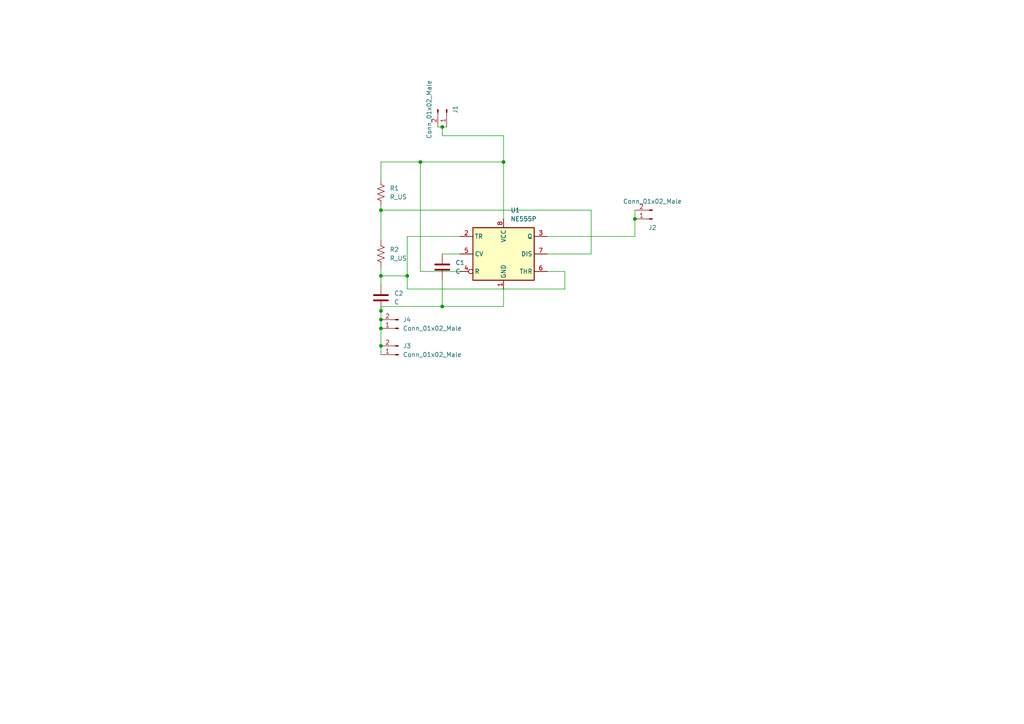
<source format=kicad_sch>
(kicad_sch (version 20211123) (generator eeschema)

  (uuid 2f0aec75-dd59-4d94-96aa-34e06bdadf83)

  (paper "A4")

  (lib_symbols
    (symbol "Connector:Conn_01x02_Male" (pin_names (offset 1.016) hide) (in_bom yes) (on_board yes)
      (property "Reference" "J" (id 0) (at 0 2.54 0)
        (effects (font (size 1.27 1.27)))
      )
      (property "Value" "Conn_01x02_Male" (id 1) (at 0 -5.08 0)
        (effects (font (size 1.27 1.27)))
      )
      (property "Footprint" "" (id 2) (at 0 0 0)
        (effects (font (size 1.27 1.27)) hide)
      )
      (property "Datasheet" "~" (id 3) (at 0 0 0)
        (effects (font (size 1.27 1.27)) hide)
      )
      (property "ki_keywords" "connector" (id 4) (at 0 0 0)
        (effects (font (size 1.27 1.27)) hide)
      )
      (property "ki_description" "Generic connector, single row, 01x02, script generated (kicad-library-utils/schlib/autogen/connector/)" (id 5) (at 0 0 0)
        (effects (font (size 1.27 1.27)) hide)
      )
      (property "ki_fp_filters" "Connector*:*_1x??_*" (id 6) (at 0 0 0)
        (effects (font (size 1.27 1.27)) hide)
      )
      (symbol "Conn_01x02_Male_1_1"
        (polyline
          (pts
            (xy 1.27 -2.54)
            (xy 0.8636 -2.54)
          )
          (stroke (width 0.1524) (type default) (color 0 0 0 0))
          (fill (type none))
        )
        (polyline
          (pts
            (xy 1.27 0)
            (xy 0.8636 0)
          )
          (stroke (width 0.1524) (type default) (color 0 0 0 0))
          (fill (type none))
        )
        (rectangle (start 0.8636 -2.413) (end 0 -2.667)
          (stroke (width 0.1524) (type default) (color 0 0 0 0))
          (fill (type outline))
        )
        (rectangle (start 0.8636 0.127) (end 0 -0.127)
          (stroke (width 0.1524) (type default) (color 0 0 0 0))
          (fill (type outline))
        )
        (pin passive line (at 5.08 0 180) (length 3.81)
          (name "Pin_1" (effects (font (size 1.27 1.27))))
          (number "1" (effects (font (size 1.27 1.27))))
        )
        (pin passive line (at 5.08 -2.54 180) (length 3.81)
          (name "Pin_2" (effects (font (size 1.27 1.27))))
          (number "2" (effects (font (size 1.27 1.27))))
        )
      )
    )
    (symbol "Device:C" (pin_numbers hide) (pin_names (offset 0.254)) (in_bom yes) (on_board yes)
      (property "Reference" "C" (id 0) (at 0.635 2.54 0)
        (effects (font (size 1.27 1.27)) (justify left))
      )
      (property "Value" "C" (id 1) (at 0.635 -2.54 0)
        (effects (font (size 1.27 1.27)) (justify left))
      )
      (property "Footprint" "" (id 2) (at 0.9652 -3.81 0)
        (effects (font (size 1.27 1.27)) hide)
      )
      (property "Datasheet" "~" (id 3) (at 0 0 0)
        (effects (font (size 1.27 1.27)) hide)
      )
      (property "ki_keywords" "cap capacitor" (id 4) (at 0 0 0)
        (effects (font (size 1.27 1.27)) hide)
      )
      (property "ki_description" "Unpolarized capacitor" (id 5) (at 0 0 0)
        (effects (font (size 1.27 1.27)) hide)
      )
      (property "ki_fp_filters" "C_*" (id 6) (at 0 0 0)
        (effects (font (size 1.27 1.27)) hide)
      )
      (symbol "C_0_1"
        (polyline
          (pts
            (xy -2.032 -0.762)
            (xy 2.032 -0.762)
          )
          (stroke (width 0.508) (type default) (color 0 0 0 0))
          (fill (type none))
        )
        (polyline
          (pts
            (xy -2.032 0.762)
            (xy 2.032 0.762)
          )
          (stroke (width 0.508) (type default) (color 0 0 0 0))
          (fill (type none))
        )
      )
      (symbol "C_1_1"
        (pin passive line (at 0 3.81 270) (length 2.794)
          (name "~" (effects (font (size 1.27 1.27))))
          (number "1" (effects (font (size 1.27 1.27))))
        )
        (pin passive line (at 0 -3.81 90) (length 2.794)
          (name "~" (effects (font (size 1.27 1.27))))
          (number "2" (effects (font (size 1.27 1.27))))
        )
      )
    )
    (symbol "Device:R_US" (pin_numbers hide) (pin_names (offset 0)) (in_bom yes) (on_board yes)
      (property "Reference" "R" (id 0) (at 2.54 0 90)
        (effects (font (size 1.27 1.27)))
      )
      (property "Value" "R_US" (id 1) (at -2.54 0 90)
        (effects (font (size 1.27 1.27)))
      )
      (property "Footprint" "" (id 2) (at 1.016 -0.254 90)
        (effects (font (size 1.27 1.27)) hide)
      )
      (property "Datasheet" "~" (id 3) (at 0 0 0)
        (effects (font (size 1.27 1.27)) hide)
      )
      (property "ki_keywords" "R res resistor" (id 4) (at 0 0 0)
        (effects (font (size 1.27 1.27)) hide)
      )
      (property "ki_description" "Resistor, US symbol" (id 5) (at 0 0 0)
        (effects (font (size 1.27 1.27)) hide)
      )
      (property "ki_fp_filters" "R_*" (id 6) (at 0 0 0)
        (effects (font (size 1.27 1.27)) hide)
      )
      (symbol "R_US_0_1"
        (polyline
          (pts
            (xy 0 -2.286)
            (xy 0 -2.54)
          )
          (stroke (width 0) (type default) (color 0 0 0 0))
          (fill (type none))
        )
        (polyline
          (pts
            (xy 0 2.286)
            (xy 0 2.54)
          )
          (stroke (width 0) (type default) (color 0 0 0 0))
          (fill (type none))
        )
        (polyline
          (pts
            (xy 0 -0.762)
            (xy 1.016 -1.143)
            (xy 0 -1.524)
            (xy -1.016 -1.905)
            (xy 0 -2.286)
          )
          (stroke (width 0) (type default) (color 0 0 0 0))
          (fill (type none))
        )
        (polyline
          (pts
            (xy 0 0.762)
            (xy 1.016 0.381)
            (xy 0 0)
            (xy -1.016 -0.381)
            (xy 0 -0.762)
          )
          (stroke (width 0) (type default) (color 0 0 0 0))
          (fill (type none))
        )
        (polyline
          (pts
            (xy 0 2.286)
            (xy 1.016 1.905)
            (xy 0 1.524)
            (xy -1.016 1.143)
            (xy 0 0.762)
          )
          (stroke (width 0) (type default) (color 0 0 0 0))
          (fill (type none))
        )
      )
      (symbol "R_US_1_1"
        (pin passive line (at 0 3.81 270) (length 1.27)
          (name "~" (effects (font (size 1.27 1.27))))
          (number "1" (effects (font (size 1.27 1.27))))
        )
        (pin passive line (at 0 -3.81 90) (length 1.27)
          (name "~" (effects (font (size 1.27 1.27))))
          (number "2" (effects (font (size 1.27 1.27))))
        )
      )
    )
    (symbol "Timer:NE555P" (in_bom yes) (on_board yes)
      (property "Reference" "U" (id 0) (at -10.16 8.89 0)
        (effects (font (size 1.27 1.27)) (justify left))
      )
      (property "Value" "NE555P" (id 1) (at 2.54 8.89 0)
        (effects (font (size 1.27 1.27)) (justify left))
      )
      (property "Footprint" "Package_DIP:DIP-8_W7.62mm" (id 2) (at 16.51 -10.16 0)
        (effects (font (size 1.27 1.27)) hide)
      )
      (property "Datasheet" "http://www.ti.com/lit/ds/symlink/ne555.pdf" (id 3) (at 21.59 -10.16 0)
        (effects (font (size 1.27 1.27)) hide)
      )
      (property "ki_keywords" "single timer 555" (id 4) (at 0 0 0)
        (effects (font (size 1.27 1.27)) hide)
      )
      (property "ki_description" "Precision Timers, 555 compatible,  PDIP-8" (id 5) (at 0 0 0)
        (effects (font (size 1.27 1.27)) hide)
      )
      (property "ki_fp_filters" "DIP*W7.62mm*" (id 6) (at 0 0 0)
        (effects (font (size 1.27 1.27)) hide)
      )
      (symbol "NE555P_0_0"
        (pin power_in line (at 0 -10.16 90) (length 2.54)
          (name "GND" (effects (font (size 1.27 1.27))))
          (number "1" (effects (font (size 1.27 1.27))))
        )
        (pin power_in line (at 0 10.16 270) (length 2.54)
          (name "VCC" (effects (font (size 1.27 1.27))))
          (number "8" (effects (font (size 1.27 1.27))))
        )
      )
      (symbol "NE555P_0_1"
        (rectangle (start -8.89 -7.62) (end 8.89 7.62)
          (stroke (width 0.254) (type default) (color 0 0 0 0))
          (fill (type background))
        )
        (rectangle (start -8.89 -7.62) (end 8.89 7.62)
          (stroke (width 0.254) (type default) (color 0 0 0 0))
          (fill (type background))
        )
      )
      (symbol "NE555P_1_1"
        (pin input line (at -12.7 5.08 0) (length 3.81)
          (name "TR" (effects (font (size 1.27 1.27))))
          (number "2" (effects (font (size 1.27 1.27))))
        )
        (pin output line (at 12.7 5.08 180) (length 3.81)
          (name "Q" (effects (font (size 1.27 1.27))))
          (number "3" (effects (font (size 1.27 1.27))))
        )
        (pin input inverted (at -12.7 -5.08 0) (length 3.81)
          (name "R" (effects (font (size 1.27 1.27))))
          (number "4" (effects (font (size 1.27 1.27))))
        )
        (pin input line (at -12.7 0 0) (length 3.81)
          (name "CV" (effects (font (size 1.27 1.27))))
          (number "5" (effects (font (size 1.27 1.27))))
        )
        (pin input line (at 12.7 -5.08 180) (length 3.81)
          (name "THR" (effects (font (size 1.27 1.27))))
          (number "6" (effects (font (size 1.27 1.27))))
        )
        (pin input line (at 12.7 0 180) (length 3.81)
          (name "DIS" (effects (font (size 1.27 1.27))))
          (number "7" (effects (font (size 1.27 1.27))))
        )
      )
    )
  )

  (junction (at 110.49 100.33) (diameter 0) (color 0 0 0 0)
    (uuid 00ff9039-f730-42fc-a6d5-7ecb52aeccf1)
  )
  (junction (at 110.49 95.25) (diameter 0) (color 0 0 0 0)
    (uuid 02981b2f-6d4d-4c6f-8628-45c4f04a1b23)
  )
  (junction (at 110.49 92.71) (diameter 0) (color 0 0 0 0)
    (uuid 0e2d794b-37ca-40c1-a909-52dcca541c51)
  )
  (junction (at 110.49 60.96) (diameter 0) (color 0 0 0 0)
    (uuid 5d44c7f9-d90b-4f57-bea4-4dfe851bf4da)
  )
  (junction (at 118.11 80.01) (diameter 0) (color 0 0 0 0)
    (uuid 60c0f179-2980-48ce-b50a-5a82dd429dce)
  )
  (junction (at 110.49 80.01) (diameter 0) (color 0 0 0 0)
    (uuid 689a5e8a-4a8f-4eab-95f8-7f5d4413046b)
  )
  (junction (at 128.27 88.9) (diameter 0) (color 0 0 0 0)
    (uuid 7f05a986-c60a-45da-bdb3-062e739d6af6)
  )
  (junction (at 110.49 90.17) (diameter 0) (color 0 0 0 0)
    (uuid 81674a3b-7653-4767-99c6-ce03f6cad14a)
  )
  (junction (at 128.27 36.83) (diameter 0) (color 0 0 0 0)
    (uuid 8ed1ffec-8c05-45c9-abb9-f4b0fcac4f35)
  )
  (junction (at 121.92 46.99) (diameter 0) (color 0 0 0 0)
    (uuid 932449a9-4e40-4c86-a703-65073b59d25b)
  )
  (junction (at 146.05 46.99) (diameter 0) (color 0 0 0 0)
    (uuid c7595eeb-26ec-4c6d-92cd-a312aad9aa95)
  )
  (junction (at 184.15 63.5) (diameter 0) (color 0 0 0 0)
    (uuid d3c930c2-a60e-490a-a62f-2b66b3a8aaf1)
  )

  (wire (pts (xy 128.27 81.28) (xy 128.27 88.9))
    (stroke (width 0) (type default) (color 0 0 0 0))
    (uuid 00345222-231f-4d9c-8ca5-5166b6ef6035)
  )
  (wire (pts (xy 110.49 77.47) (xy 110.49 80.01))
    (stroke (width 0) (type default) (color 0 0 0 0))
    (uuid 04a5d693-3717-45a2-a47e-1df5f93215c6)
  )
  (wire (pts (xy 146.05 88.9) (xy 128.27 88.9))
    (stroke (width 0) (type default) (color 0 0 0 0))
    (uuid 154e6411-f5dc-44b7-8669-b67e6abb69ce)
  )
  (wire (pts (xy 158.75 73.66) (xy 171.45 73.66))
    (stroke (width 0) (type default) (color 0 0 0 0))
    (uuid 1a26c3e1-f1c3-4399-8351-eadd608a3397)
  )
  (wire (pts (xy 128.27 73.66) (xy 133.35 73.66))
    (stroke (width 0) (type default) (color 0 0 0 0))
    (uuid 25884af8-2088-4484-a435-940d9404e466)
  )
  (wire (pts (xy 163.83 78.74) (xy 163.83 83.82))
    (stroke (width 0) (type default) (color 0 0 0 0))
    (uuid 2bb466a7-414b-4b9e-83e6-7826ee65f49f)
  )
  (wire (pts (xy 133.35 68.58) (xy 118.11 68.58))
    (stroke (width 0) (type default) (color 0 0 0 0))
    (uuid 2cee3724-2d05-412d-ab70-79d0af1c0cc1)
  )
  (wire (pts (xy 110.49 80.01) (xy 110.49 82.55))
    (stroke (width 0) (type default) (color 0 0 0 0))
    (uuid 3040afc8-57c8-4c1b-a314-cac0a38345e0)
  )
  (wire (pts (xy 146.05 39.37) (xy 146.05 46.99))
    (stroke (width 0) (type default) (color 0 0 0 0))
    (uuid 31845d45-6cab-4cea-90d6-634ea60841c7)
  )
  (wire (pts (xy 127 36.83) (xy 128.27 36.83))
    (stroke (width 0) (type default) (color 0 0 0 0))
    (uuid 35debd56-ba4e-4732-89e9-3799e462ad65)
  )
  (wire (pts (xy 128.27 88.9) (xy 110.49 88.9))
    (stroke (width 0) (type default) (color 0 0 0 0))
    (uuid 3a8ad61b-283e-4779-9af9-da820ea36d9a)
  )
  (wire (pts (xy 133.35 78.74) (xy 121.92 78.74))
    (stroke (width 0) (type default) (color 0 0 0 0))
    (uuid 3ca6ea54-0a9d-474a-ae83-a9a51df81d2e)
  )
  (wire (pts (xy 184.15 63.5) (xy 184.15 68.58))
    (stroke (width 0) (type default) (color 0 0 0 0))
    (uuid 4905dcf5-1d8c-4d1f-9dd6-e9e3f875e3ca)
  )
  (wire (pts (xy 118.11 68.58) (xy 118.11 80.01))
    (stroke (width 0) (type default) (color 0 0 0 0))
    (uuid 4c1cfe02-4ae3-4b70-a787-8387c062f832)
  )
  (wire (pts (xy 121.92 46.99) (xy 110.49 46.99))
    (stroke (width 0) (type default) (color 0 0 0 0))
    (uuid 619eca6b-74ca-4fe1-93df-239167fd0566)
  )
  (wire (pts (xy 158.75 68.58) (xy 184.15 68.58))
    (stroke (width 0) (type default) (color 0 0 0 0))
    (uuid 65ed48a9-70a9-44f4-8e9b-ddc3622c09da)
  )
  (wire (pts (xy 110.49 95.25) (xy 110.49 100.33))
    (stroke (width 0) (type default) (color 0 0 0 0))
    (uuid 71d67e18-6d82-44d4-8819-70d53feb75ba)
  )
  (wire (pts (xy 184.15 60.96) (xy 184.15 63.5))
    (stroke (width 0) (type default) (color 0 0 0 0))
    (uuid 750e88b1-6dc5-4313-b402-524440d0ed05)
  )
  (wire (pts (xy 158.75 78.74) (xy 163.83 78.74))
    (stroke (width 0) (type default) (color 0 0 0 0))
    (uuid 7f0d2993-b334-4782-8257-2381969d731c)
  )
  (wire (pts (xy 171.45 60.96) (xy 110.49 60.96))
    (stroke (width 0) (type default) (color 0 0 0 0))
    (uuid 85a0214a-be7a-4466-a84c-f21259742451)
  )
  (wire (pts (xy 128.27 36.83) (xy 128.27 39.37))
    (stroke (width 0) (type default) (color 0 0 0 0))
    (uuid 879d494b-97d6-447b-9b4f-f47ad9576ce4)
  )
  (wire (pts (xy 118.11 83.82) (xy 163.83 83.82))
    (stroke (width 0) (type default) (color 0 0 0 0))
    (uuid 8b098fe2-8646-4602-a5dc-6d6cb46f5067)
  )
  (wire (pts (xy 146.05 46.99) (xy 146.05 63.5))
    (stroke (width 0) (type default) (color 0 0 0 0))
    (uuid 8ba1fa26-f3dd-4d02-add1-da19d9422d86)
  )
  (wire (pts (xy 110.49 60.96) (xy 110.49 69.85))
    (stroke (width 0) (type default) (color 0 0 0 0))
    (uuid 8c150968-d933-4d90-8f2e-759f6baa5513)
  )
  (wire (pts (xy 128.27 39.37) (xy 146.05 39.37))
    (stroke (width 0) (type default) (color 0 0 0 0))
    (uuid 8d95dbd0-7132-4b24-836a-a3d09d75e05b)
  )
  (wire (pts (xy 121.92 46.99) (xy 146.05 46.99))
    (stroke (width 0) (type default) (color 0 0 0 0))
    (uuid 95cc0411-3039-48fd-a470-042414846dbd)
  )
  (wire (pts (xy 171.45 73.66) (xy 171.45 60.96))
    (stroke (width 0) (type default) (color 0 0 0 0))
    (uuid 9e0ae92c-96a2-4d95-84e4-01433253bd8c)
  )
  (wire (pts (xy 110.49 59.69) (xy 110.49 60.96))
    (stroke (width 0) (type default) (color 0 0 0 0))
    (uuid ac836306-e8a2-4434-b0d6-6c4d1b8b070f)
  )
  (wire (pts (xy 110.49 90.17) (xy 110.49 92.71))
    (stroke (width 0) (type default) (color 0 0 0 0))
    (uuid afe29bb6-ca11-4820-84a7-7651295c950f)
  )
  (wire (pts (xy 110.49 46.99) (xy 110.49 52.07))
    (stroke (width 0) (type default) (color 0 0 0 0))
    (uuid bf3736ed-7687-49b5-a110-5997d67d4d0d)
  )
  (wire (pts (xy 110.49 88.9) (xy 110.49 90.17))
    (stroke (width 0) (type default) (color 0 0 0 0))
    (uuid c29e8f04-6bf6-4674-8927-f281bf3eadc8)
  )
  (wire (pts (xy 128.27 36.83) (xy 129.54 36.83))
    (stroke (width 0) (type default) (color 0 0 0 0))
    (uuid ca74149a-8ff7-480f-b51d-cab619b14f90)
  )
  (wire (pts (xy 110.49 92.71) (xy 110.49 95.25))
    (stroke (width 0) (type default) (color 0 0 0 0))
    (uuid cc77c547-5131-47e8-ac54-6bc0e21c3dce)
  )
  (wire (pts (xy 146.05 83.82) (xy 146.05 88.9))
    (stroke (width 0) (type default) (color 0 0 0 0))
    (uuid d0cf658e-9890-44f3-9bd1-2bc488939d6d)
  )
  (wire (pts (xy 110.49 100.33) (xy 110.49 102.87))
    (stroke (width 0) (type default) (color 0 0 0 0))
    (uuid d9686671-91c9-4c46-a5a7-1bbab30f90d3)
  )
  (wire (pts (xy 121.92 78.74) (xy 121.92 46.99))
    (stroke (width 0) (type default) (color 0 0 0 0))
    (uuid eaae75c2-0e4d-4455-9c0f-ffdd2c8d8fd9)
  )
  (wire (pts (xy 118.11 80.01) (xy 110.49 80.01))
    (stroke (width 0) (type default) (color 0 0 0 0))
    (uuid ed3b44b6-b084-485f-a8e9-91f572f4256c)
  )
  (wire (pts (xy 118.11 83.82) (xy 118.11 80.01))
    (stroke (width 0) (type default) (color 0 0 0 0))
    (uuid fbd1158f-9145-4814-a05b-593b8127c544)
  )

  (symbol (lib_id "Device:R_US") (at 110.49 73.66 0) (unit 1)
    (in_bom yes) (on_board yes) (fields_autoplaced)
    (uuid 1b5134be-2b2b-4c02-bb3a-ca3d8c208972)
    (property "Reference" "R2" (id 0) (at 113.03 72.3899 0)
      (effects (font (size 1.27 1.27)) (justify left))
    )
    (property "Value" "R_US" (id 1) (at 113.03 74.9299 0)
      (effects (font (size 1.27 1.27)) (justify left))
    )
    (property "Footprint" "Resistor_THT:R_Axial_DIN0414_L11.9mm_D4.5mm_P15.24mm_Horizontal" (id 2) (at 111.506 73.914 90)
      (effects (font (size 1.27 1.27)) hide)
    )
    (property "Datasheet" "~" (id 3) (at 110.49 73.66 0)
      (effects (font (size 1.27 1.27)) hide)
    )
    (pin "1" (uuid e2c506b4-f14f-40ba-ac84-86d7cefe25ef))
    (pin "2" (uuid 663daa00-3335-4b46-93e1-d2439a715db6))
  )

  (symbol (lib_id "Device:C") (at 128.27 77.47 0) (unit 1)
    (in_bom yes) (on_board yes) (fields_autoplaced)
    (uuid 1cd54549-f127-45f8-ace1-723709268501)
    (property "Reference" "C1" (id 0) (at 132.08 76.1999 0)
      (effects (font (size 1.27 1.27)) (justify left))
    )
    (property "Value" "C" (id 1) (at 132.08 78.7399 0)
      (effects (font (size 1.27 1.27)) (justify left))
    )
    (property "Footprint" "Capacitor_THT:C_Disc_D4.3mm_W1.9mm_P5.00mm" (id 2) (at 129.2352 81.28 0)
      (effects (font (size 1.27 1.27)) hide)
    )
    (property "Datasheet" "~" (id 3) (at 128.27 77.47 0)
      (effects (font (size 1.27 1.27)) hide)
    )
    (pin "1" (uuid 2838499d-c85e-4376-816e-f96e40ef0f69))
    (pin "2" (uuid e855f239-4094-4576-ae17-f881439914a2))
  )

  (symbol (lib_id "Connector:Conn_01x02_Male") (at 129.54 31.75 270) (unit 1)
    (in_bom yes) (on_board yes)
    (uuid 4d657ad7-ad36-45a8-bb78-2a778c541dde)
    (property "Reference" "J1" (id 0) (at 132.08 31.75 0))
    (property "Value" "Conn_01x02_Male" (id 1) (at 124.46 31.75 0))
    (property "Footprint" "Connector_PinHeader_2.54mm:PinHeader_1x02_P2.54mm_Vertical" (id 2) (at 129.54 31.75 0)
      (effects (font (size 1.27 1.27)) hide)
    )
    (property "Datasheet" "~" (id 3) (at 129.54 31.75 0)
      (effects (font (size 1.27 1.27)) hide)
    )
    (pin "1" (uuid e0e4bda6-abd3-4efc-b261-b3569a853b77))
    (pin "2" (uuid dcdd6f86-e664-4f28-9d12-c13ecb6b3f0c))
  )

  (symbol (lib_id "Connector:Conn_01x02_Male") (at 189.23 63.5 180) (unit 1)
    (in_bom yes) (on_board yes)
    (uuid 7e7c6375-12b1-4e05-8102-15475af02958)
    (property "Reference" "J2" (id 0) (at 189.23 66.04 0))
    (property "Value" "Conn_01x02_Male" (id 1) (at 189.23 58.42 0))
    (property "Footprint" "Connector_PinHeader_2.54mm:PinHeader_1x02_P2.54mm_Vertical" (id 2) (at 189.23 63.5 0)
      (effects (font (size 1.27 1.27)) hide)
    )
    (property "Datasheet" "~" (id 3) (at 189.23 63.5 0)
      (effects (font (size 1.27 1.27)) hide)
    )
    (pin "1" (uuid 91998073-42c2-4390-b267-8d7cab0fa174))
    (pin "2" (uuid 416d6a24-e2f8-4d67-840b-6597a50c19e9))
  )

  (symbol (lib_id "Connector:Conn_01x02_Male") (at 115.57 102.87 180) (unit 1)
    (in_bom yes) (on_board yes) (fields_autoplaced)
    (uuid 8277f688-2ce4-4e5d-8599-56b03cb238e3)
    (property "Reference" "J3" (id 0) (at 116.84 100.3299 0)
      (effects (font (size 1.27 1.27)) (justify right))
    )
    (property "Value" "Conn_01x02_Male" (id 1) (at 116.84 102.8699 0)
      (effects (font (size 1.27 1.27)) (justify right))
    )
    (property "Footprint" "Connector_PinHeader_2.54mm:PinHeader_1x02_P2.54mm_Vertical" (id 2) (at 115.57 102.87 0)
      (effects (font (size 1.27 1.27)) hide)
    )
    (property "Datasheet" "~" (id 3) (at 115.57 102.87 0)
      (effects (font (size 1.27 1.27)) hide)
    )
    (pin "1" (uuid 4812b462-f286-4864-92d4-3cd8f40d2b27))
    (pin "2" (uuid e77cca68-6692-4789-bed3-6726739d1692))
  )

  (symbol (lib_id "Timer:NE555P") (at 146.05 73.66 0) (unit 1)
    (in_bom yes) (on_board yes) (fields_autoplaced)
    (uuid b464fdee-97e2-4216-a7cd-adc1705f5fc4)
    (property "Reference" "U1" (id 0) (at 148.0694 60.96 0)
      (effects (font (size 1.27 1.27)) (justify left))
    )
    (property "Value" "NE555P" (id 1) (at 148.0694 63.5 0)
      (effects (font (size 1.27 1.27)) (justify left))
    )
    (property "Footprint" "Package_DIP:DIP-8_W7.62mm" (id 2) (at 162.56 83.82 0)
      (effects (font (size 1.27 1.27)) hide)
    )
    (property "Datasheet" "http://www.ti.com/lit/ds/symlink/ne555.pdf" (id 3) (at 167.64 83.82 0)
      (effects (font (size 1.27 1.27)) hide)
    )
    (pin "1" (uuid 35f538f2-e7f9-492e-9108-e95805b0d36c))
    (pin "8" (uuid 914ff948-98ce-4a3e-ad2c-f18f97881ea9))
    (pin "2" (uuid 077d6810-e589-4146-9f2b-066e8baf247f))
    (pin "3" (uuid 3872533b-accc-4e04-b474-8f1b753d4d47))
    (pin "4" (uuid 77eabcb4-078a-4253-b330-8234e1f47a88))
    (pin "5" (uuid 498014c3-59c1-4fa3-9b74-dd091ad534e1))
    (pin "6" (uuid 6e8489dc-9c2f-4b8c-8758-a1c7f291c2de))
    (pin "7" (uuid 83cd515d-4887-4461-824a-9c3b454c5180))
  )

  (symbol (lib_id "Connector:Conn_01x02_Male") (at 115.57 95.25 180) (unit 1)
    (in_bom yes) (on_board yes) (fields_autoplaced)
    (uuid c07edbd3-120f-4ed0-8b20-cd98993f2c2c)
    (property "Reference" "J4" (id 0) (at 116.84 92.7099 0)
      (effects (font (size 1.27 1.27)) (justify right))
    )
    (property "Value" "Conn_01x02_Male" (id 1) (at 116.84 95.2499 0)
      (effects (font (size 1.27 1.27)) (justify right))
    )
    (property "Footprint" "Connector_PinHeader_2.54mm:PinHeader_1x02_P2.54mm_Vertical" (id 2) (at 115.57 95.25 0)
      (effects (font (size 1.27 1.27)) hide)
    )
    (property "Datasheet" "~" (id 3) (at 115.57 95.25 0)
      (effects (font (size 1.27 1.27)) hide)
    )
    (pin "1" (uuid 38cf3f9c-8e11-43a0-8025-ad26d70eb3f6))
    (pin "2" (uuid 06e5e824-be59-4de8-9b6f-3281d912b9b6))
  )

  (symbol (lib_id "Device:R_US") (at 110.49 55.88 0) (unit 1)
    (in_bom yes) (on_board yes) (fields_autoplaced)
    (uuid dccdfa31-9693-437c-ae40-45d2a5fb6413)
    (property "Reference" "R1" (id 0) (at 113.03 54.6099 0)
      (effects (font (size 1.27 1.27)) (justify left))
    )
    (property "Value" "R_US" (id 1) (at 113.03 57.1499 0)
      (effects (font (size 1.27 1.27)) (justify left))
    )
    (property "Footprint" "Resistor_THT:R_Axial_DIN0414_L11.9mm_D4.5mm_P15.24mm_Horizontal" (id 2) (at 111.506 56.134 90)
      (effects (font (size 1.27 1.27)) hide)
    )
    (property "Datasheet" "~" (id 3) (at 110.49 55.88 0)
      (effects (font (size 1.27 1.27)) hide)
    )
    (pin "1" (uuid 38232083-4bf7-4e3a-a67d-48ddaa1e9ece))
    (pin "2" (uuid d898f0b2-1fd1-4ff0-bb2c-87ad19398f4b))
  )

  (symbol (lib_id "Device:C") (at 110.49 86.36 0) (unit 1)
    (in_bom yes) (on_board yes) (fields_autoplaced)
    (uuid f89a7868-3cd9-4936-a985-3eb3e2f1390d)
    (property "Reference" "C2" (id 0) (at 114.3 85.0899 0)
      (effects (font (size 1.27 1.27)) (justify left))
    )
    (property "Value" "C" (id 1) (at 114.3 87.6299 0)
      (effects (font (size 1.27 1.27)) (justify left))
    )
    (property "Footprint" "Capacitor_THT:CP_Radial_D10.0mm_P5.00mm" (id 2) (at 111.4552 90.17 0)
      (effects (font (size 1.27 1.27)) hide)
    )
    (property "Datasheet" "~" (id 3) (at 110.49 86.36 0)
      (effects (font (size 1.27 1.27)) hide)
    )
    (pin "1" (uuid a5ea0681-f54e-4a7a-a889-f82afbb2e06c))
    (pin "2" (uuid e1ae8ee2-20d5-40e7-b0d2-15fafe28db1f))
  )

  (sheet_instances
    (path "/" (page "1"))
  )

  (symbol_instances
    (path "/1cd54549-f127-45f8-ace1-723709268501"
      (reference "C1") (unit 1) (value "C") (footprint "Capacitor_THT:C_Disc_D4.3mm_W1.9mm_P5.00mm")
    )
    (path "/f89a7868-3cd9-4936-a985-3eb3e2f1390d"
      (reference "C2") (unit 1) (value "C") (footprint "Capacitor_THT:CP_Radial_D10.0mm_P5.00mm")
    )
    (path "/4d657ad7-ad36-45a8-bb78-2a778c541dde"
      (reference "J1") (unit 1) (value "Conn_01x02_Male") (footprint "Connector_PinHeader_2.54mm:PinHeader_1x02_P2.54mm_Vertical")
    )
    (path "/7e7c6375-12b1-4e05-8102-15475af02958"
      (reference "J2") (unit 1) (value "Conn_01x02_Male") (footprint "Connector_PinHeader_2.54mm:PinHeader_1x02_P2.54mm_Vertical")
    )
    (path "/8277f688-2ce4-4e5d-8599-56b03cb238e3"
      (reference "J3") (unit 1) (value "Conn_01x02_Male") (footprint "Connector_PinHeader_2.54mm:PinHeader_1x02_P2.54mm_Vertical")
    )
    (path "/c07edbd3-120f-4ed0-8b20-cd98993f2c2c"
      (reference "J4") (unit 1) (value "Conn_01x02_Male") (footprint "Connector_PinHeader_2.54mm:PinHeader_1x02_P2.54mm_Vertical")
    )
    (path "/dccdfa31-9693-437c-ae40-45d2a5fb6413"
      (reference "R1") (unit 1) (value "R_US") (footprint "Resistor_THT:R_Axial_DIN0414_L11.9mm_D4.5mm_P15.24mm_Horizontal")
    )
    (path "/1b5134be-2b2b-4c02-bb3a-ca3d8c208972"
      (reference "R2") (unit 1) (value "R_US") (footprint "Resistor_THT:R_Axial_DIN0414_L11.9mm_D4.5mm_P15.24mm_Horizontal")
    )
    (path "/b464fdee-97e2-4216-a7cd-adc1705f5fc4"
      (reference "U1") (unit 1) (value "NE555P") (footprint "Package_DIP:DIP-8_W7.62mm")
    )
  )
)

</source>
